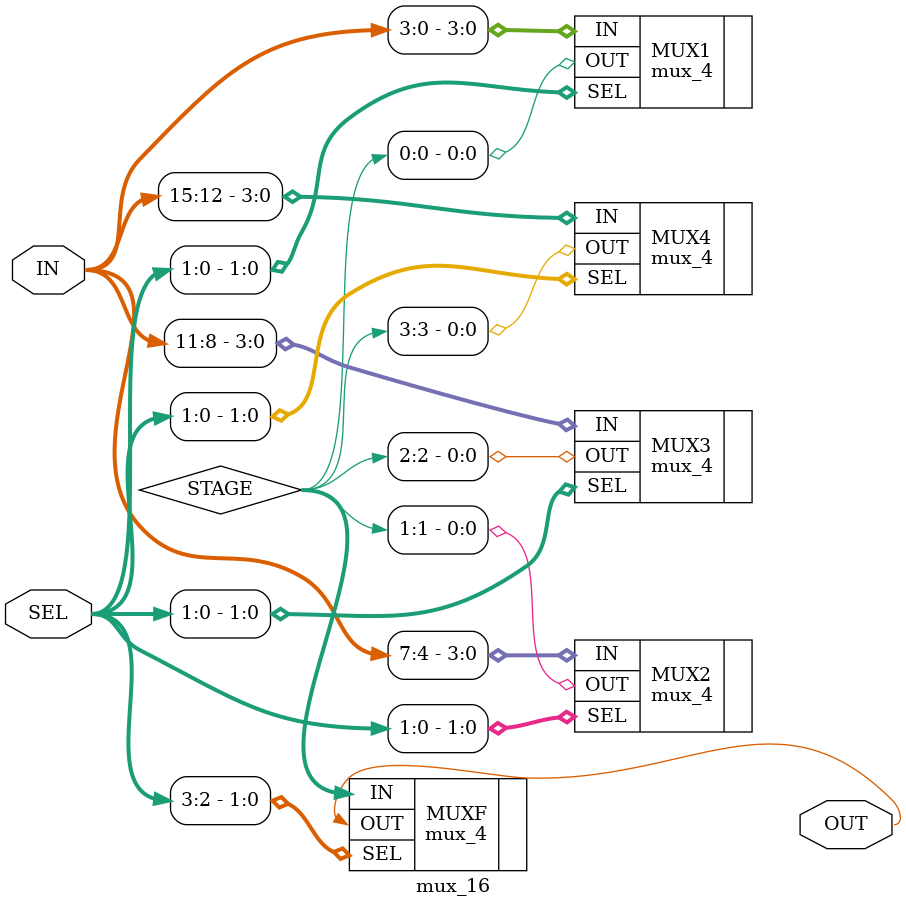
<source format=v>
/******************************************************************
 * Date: 1/18/2018
 * File: mux_16.v
 * 
 *******************************************************************/
 `include "mux_4.v"
 
 module mux_16(OUT, SEL, IN);

 output  OUT;
 input  [15:0] IN;
 input  [3:0] SEL;
 wire 	[3:0] STAGE;
 
 mux_4 MUX1(.OUT(STAGE[0]), .SEL(SEL[1:0]), .IN(IN[3:0]));//~IN[3:0] ...
 mux_4 MUX2(.OUT(STAGE[1]), .SEL(SEL[1:0]), .IN(IN[7:4]));
 mux_4 MUX3(.OUT(STAGE[2]), .SEL(SEL[1:0]), .IN(IN[11:8]));
 mux_4 MUX4(.OUT(STAGE[3]), .SEL(SEL[1:0]), .IN(IN[15:12]));
 mux_4 MUXF(.OUT(OUT), .SEL(SEL[3:2]), .IN(STAGE));
 
 endmodule
</source>
